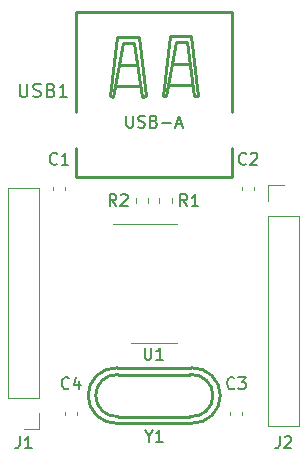
<source format=gbr>
%TF.GenerationSoftware,KiCad,Pcbnew,7.0.7*%
%TF.CreationDate,2024-04-10T23:56:21-07:00*%
%TF.ProjectId,USBTTL,55534254-544c-42e6-9b69-6361645f7063,rev?*%
%TF.SameCoordinates,Original*%
%TF.FileFunction,Legend,Top*%
%TF.FilePolarity,Positive*%
%FSLAX46Y46*%
G04 Gerber Fmt 4.6, Leading zero omitted, Abs format (unit mm)*
G04 Created by KiCad (PCBNEW 7.0.7) date 2024-04-10 23:56:21*
%MOMM*%
%LPD*%
G01*
G04 APERTURE LIST*
%ADD10C,0.150000*%
%ADD11C,0.152000*%
%ADD12C,0.254000*%
%ADD13C,0.120000*%
G04 APERTURE END LIST*
D10*
X69573809Y-62928628D02*
X69573809Y-63404819D01*
X69240476Y-62404819D02*
X69573809Y-62928628D01*
X69573809Y-62928628D02*
X69907142Y-62404819D01*
X70764285Y-63404819D02*
X70192857Y-63404819D01*
X70478571Y-63404819D02*
X70478571Y-62404819D01*
X70478571Y-62404819D02*
X70383333Y-62547676D01*
X70383333Y-62547676D02*
X70288095Y-62642914D01*
X70288095Y-62642914D02*
X70192857Y-62690533D01*
X69238095Y-55454819D02*
X69238095Y-56264342D01*
X69238095Y-56264342D02*
X69285714Y-56359580D01*
X69285714Y-56359580D02*
X69333333Y-56407200D01*
X69333333Y-56407200D02*
X69428571Y-56454819D01*
X69428571Y-56454819D02*
X69619047Y-56454819D01*
X69619047Y-56454819D02*
X69714285Y-56407200D01*
X69714285Y-56407200D02*
X69761904Y-56359580D01*
X69761904Y-56359580D02*
X69809523Y-56264342D01*
X69809523Y-56264342D02*
X69809523Y-55454819D01*
X70809523Y-56454819D02*
X70238095Y-56454819D01*
X70523809Y-56454819D02*
X70523809Y-55454819D01*
X70523809Y-55454819D02*
X70428571Y-55597676D01*
X70428571Y-55597676D02*
X70333333Y-55692914D01*
X70333333Y-55692914D02*
X70238095Y-55740533D01*
X76833333Y-58859580D02*
X76785714Y-58907200D01*
X76785714Y-58907200D02*
X76642857Y-58954819D01*
X76642857Y-58954819D02*
X76547619Y-58954819D01*
X76547619Y-58954819D02*
X76404762Y-58907200D01*
X76404762Y-58907200D02*
X76309524Y-58811961D01*
X76309524Y-58811961D02*
X76261905Y-58716723D01*
X76261905Y-58716723D02*
X76214286Y-58526247D01*
X76214286Y-58526247D02*
X76214286Y-58383390D01*
X76214286Y-58383390D02*
X76261905Y-58192914D01*
X76261905Y-58192914D02*
X76309524Y-58097676D01*
X76309524Y-58097676D02*
X76404762Y-58002438D01*
X76404762Y-58002438D02*
X76547619Y-57954819D01*
X76547619Y-57954819D02*
X76642857Y-57954819D01*
X76642857Y-57954819D02*
X76785714Y-58002438D01*
X76785714Y-58002438D02*
X76833333Y-58050057D01*
X77166667Y-57954819D02*
X77785714Y-57954819D01*
X77785714Y-57954819D02*
X77452381Y-58335771D01*
X77452381Y-58335771D02*
X77595238Y-58335771D01*
X77595238Y-58335771D02*
X77690476Y-58383390D01*
X77690476Y-58383390D02*
X77738095Y-58431009D01*
X77738095Y-58431009D02*
X77785714Y-58526247D01*
X77785714Y-58526247D02*
X77785714Y-58764342D01*
X77785714Y-58764342D02*
X77738095Y-58859580D01*
X77738095Y-58859580D02*
X77690476Y-58907200D01*
X77690476Y-58907200D02*
X77595238Y-58954819D01*
X77595238Y-58954819D02*
X77309524Y-58954819D01*
X77309524Y-58954819D02*
X77214286Y-58907200D01*
X77214286Y-58907200D02*
X77166667Y-58859580D01*
X66833333Y-43454819D02*
X66500000Y-42978628D01*
X66261905Y-43454819D02*
X66261905Y-42454819D01*
X66261905Y-42454819D02*
X66642857Y-42454819D01*
X66642857Y-42454819D02*
X66738095Y-42502438D01*
X66738095Y-42502438D02*
X66785714Y-42550057D01*
X66785714Y-42550057D02*
X66833333Y-42645295D01*
X66833333Y-42645295D02*
X66833333Y-42788152D01*
X66833333Y-42788152D02*
X66785714Y-42883390D01*
X66785714Y-42883390D02*
X66738095Y-42931009D01*
X66738095Y-42931009D02*
X66642857Y-42978628D01*
X66642857Y-42978628D02*
X66261905Y-42978628D01*
X67214286Y-42550057D02*
X67261905Y-42502438D01*
X67261905Y-42502438D02*
X67357143Y-42454819D01*
X67357143Y-42454819D02*
X67595238Y-42454819D01*
X67595238Y-42454819D02*
X67690476Y-42502438D01*
X67690476Y-42502438D02*
X67738095Y-42550057D01*
X67738095Y-42550057D02*
X67785714Y-42645295D01*
X67785714Y-42645295D02*
X67785714Y-42740533D01*
X67785714Y-42740533D02*
X67738095Y-42883390D01*
X67738095Y-42883390D02*
X67166667Y-43454819D01*
X67166667Y-43454819D02*
X67785714Y-43454819D01*
X72833333Y-43454819D02*
X72500000Y-42978628D01*
X72261905Y-43454819D02*
X72261905Y-42454819D01*
X72261905Y-42454819D02*
X72642857Y-42454819D01*
X72642857Y-42454819D02*
X72738095Y-42502438D01*
X72738095Y-42502438D02*
X72785714Y-42550057D01*
X72785714Y-42550057D02*
X72833333Y-42645295D01*
X72833333Y-42645295D02*
X72833333Y-42788152D01*
X72833333Y-42788152D02*
X72785714Y-42883390D01*
X72785714Y-42883390D02*
X72738095Y-42931009D01*
X72738095Y-42931009D02*
X72642857Y-42978628D01*
X72642857Y-42978628D02*
X72261905Y-42978628D01*
X73785714Y-43454819D02*
X73214286Y-43454819D01*
X73500000Y-43454819D02*
X73500000Y-42454819D01*
X73500000Y-42454819D02*
X73404762Y-42597676D01*
X73404762Y-42597676D02*
X73309524Y-42692914D01*
X73309524Y-42692914D02*
X73214286Y-42740533D01*
X77833333Y-39859580D02*
X77785714Y-39907200D01*
X77785714Y-39907200D02*
X77642857Y-39954819D01*
X77642857Y-39954819D02*
X77547619Y-39954819D01*
X77547619Y-39954819D02*
X77404762Y-39907200D01*
X77404762Y-39907200D02*
X77309524Y-39811961D01*
X77309524Y-39811961D02*
X77261905Y-39716723D01*
X77261905Y-39716723D02*
X77214286Y-39526247D01*
X77214286Y-39526247D02*
X77214286Y-39383390D01*
X77214286Y-39383390D02*
X77261905Y-39192914D01*
X77261905Y-39192914D02*
X77309524Y-39097676D01*
X77309524Y-39097676D02*
X77404762Y-39002438D01*
X77404762Y-39002438D02*
X77547619Y-38954819D01*
X77547619Y-38954819D02*
X77642857Y-38954819D01*
X77642857Y-38954819D02*
X77785714Y-39002438D01*
X77785714Y-39002438D02*
X77833333Y-39050057D01*
X78214286Y-39050057D02*
X78261905Y-39002438D01*
X78261905Y-39002438D02*
X78357143Y-38954819D01*
X78357143Y-38954819D02*
X78595238Y-38954819D01*
X78595238Y-38954819D02*
X78690476Y-39002438D01*
X78690476Y-39002438D02*
X78738095Y-39050057D01*
X78738095Y-39050057D02*
X78785714Y-39145295D01*
X78785714Y-39145295D02*
X78785714Y-39240533D01*
X78785714Y-39240533D02*
X78738095Y-39383390D01*
X78738095Y-39383390D02*
X78166667Y-39954819D01*
X78166667Y-39954819D02*
X78785714Y-39954819D01*
X58666666Y-62954819D02*
X58666666Y-63669104D01*
X58666666Y-63669104D02*
X58619047Y-63811961D01*
X58619047Y-63811961D02*
X58523809Y-63907200D01*
X58523809Y-63907200D02*
X58380952Y-63954819D01*
X58380952Y-63954819D02*
X58285714Y-63954819D01*
X59666666Y-63954819D02*
X59095238Y-63954819D01*
X59380952Y-63954819D02*
X59380952Y-62954819D01*
X59380952Y-62954819D02*
X59285714Y-63097676D01*
X59285714Y-63097676D02*
X59190476Y-63192914D01*
X59190476Y-63192914D02*
X59095238Y-63240533D01*
X62833333Y-58859580D02*
X62785714Y-58907200D01*
X62785714Y-58907200D02*
X62642857Y-58954819D01*
X62642857Y-58954819D02*
X62547619Y-58954819D01*
X62547619Y-58954819D02*
X62404762Y-58907200D01*
X62404762Y-58907200D02*
X62309524Y-58811961D01*
X62309524Y-58811961D02*
X62261905Y-58716723D01*
X62261905Y-58716723D02*
X62214286Y-58526247D01*
X62214286Y-58526247D02*
X62214286Y-58383390D01*
X62214286Y-58383390D02*
X62261905Y-58192914D01*
X62261905Y-58192914D02*
X62309524Y-58097676D01*
X62309524Y-58097676D02*
X62404762Y-58002438D01*
X62404762Y-58002438D02*
X62547619Y-57954819D01*
X62547619Y-57954819D02*
X62642857Y-57954819D01*
X62642857Y-57954819D02*
X62785714Y-58002438D01*
X62785714Y-58002438D02*
X62833333Y-58050057D01*
X63690476Y-58288152D02*
X63690476Y-58954819D01*
X63452381Y-57907200D02*
X63214286Y-58621485D01*
X63214286Y-58621485D02*
X63833333Y-58621485D01*
X80666666Y-62954819D02*
X80666666Y-63669104D01*
X80666666Y-63669104D02*
X80619047Y-63811961D01*
X80619047Y-63811961D02*
X80523809Y-63907200D01*
X80523809Y-63907200D02*
X80380952Y-63954819D01*
X80380952Y-63954819D02*
X80285714Y-63954819D01*
X81095238Y-63050057D02*
X81142857Y-63002438D01*
X81142857Y-63002438D02*
X81238095Y-62954819D01*
X81238095Y-62954819D02*
X81476190Y-62954819D01*
X81476190Y-62954819D02*
X81571428Y-63002438D01*
X81571428Y-63002438D02*
X81619047Y-63050057D01*
X81619047Y-63050057D02*
X81666666Y-63145295D01*
X81666666Y-63145295D02*
X81666666Y-63240533D01*
X81666666Y-63240533D02*
X81619047Y-63383390D01*
X81619047Y-63383390D02*
X81047619Y-63954819D01*
X81047619Y-63954819D02*
X81666666Y-63954819D01*
D11*
X58654571Y-33092869D02*
X58654571Y-34018155D01*
X58654571Y-34018155D02*
X58709000Y-34127012D01*
X58709000Y-34127012D02*
X58763429Y-34181441D01*
X58763429Y-34181441D02*
X58872286Y-34235869D01*
X58872286Y-34235869D02*
X59090000Y-34235869D01*
X59090000Y-34235869D02*
X59198857Y-34181441D01*
X59198857Y-34181441D02*
X59253286Y-34127012D01*
X59253286Y-34127012D02*
X59307714Y-34018155D01*
X59307714Y-34018155D02*
X59307714Y-33092869D01*
X59797572Y-34181441D02*
X59960858Y-34235869D01*
X59960858Y-34235869D02*
X60233000Y-34235869D01*
X60233000Y-34235869D02*
X60341858Y-34181441D01*
X60341858Y-34181441D02*
X60396286Y-34127012D01*
X60396286Y-34127012D02*
X60450715Y-34018155D01*
X60450715Y-34018155D02*
X60450715Y-33909298D01*
X60450715Y-33909298D02*
X60396286Y-33800441D01*
X60396286Y-33800441D02*
X60341858Y-33746012D01*
X60341858Y-33746012D02*
X60233000Y-33691583D01*
X60233000Y-33691583D02*
X60015286Y-33637155D01*
X60015286Y-33637155D02*
X59906429Y-33582726D01*
X59906429Y-33582726D02*
X59852000Y-33528298D01*
X59852000Y-33528298D02*
X59797572Y-33419441D01*
X59797572Y-33419441D02*
X59797572Y-33310583D01*
X59797572Y-33310583D02*
X59852000Y-33201726D01*
X59852000Y-33201726D02*
X59906429Y-33147298D01*
X59906429Y-33147298D02*
X60015286Y-33092869D01*
X60015286Y-33092869D02*
X60287429Y-33092869D01*
X60287429Y-33092869D02*
X60450715Y-33147298D01*
X61321571Y-33637155D02*
X61484857Y-33691583D01*
X61484857Y-33691583D02*
X61539286Y-33746012D01*
X61539286Y-33746012D02*
X61593714Y-33854869D01*
X61593714Y-33854869D02*
X61593714Y-34018155D01*
X61593714Y-34018155D02*
X61539286Y-34127012D01*
X61539286Y-34127012D02*
X61484857Y-34181441D01*
X61484857Y-34181441D02*
X61376000Y-34235869D01*
X61376000Y-34235869D02*
X60940571Y-34235869D01*
X60940571Y-34235869D02*
X60940571Y-33092869D01*
X60940571Y-33092869D02*
X61321571Y-33092869D01*
X61321571Y-33092869D02*
X61430429Y-33147298D01*
X61430429Y-33147298D02*
X61484857Y-33201726D01*
X61484857Y-33201726D02*
X61539286Y-33310583D01*
X61539286Y-33310583D02*
X61539286Y-33419441D01*
X61539286Y-33419441D02*
X61484857Y-33528298D01*
X61484857Y-33528298D02*
X61430429Y-33582726D01*
X61430429Y-33582726D02*
X61321571Y-33637155D01*
X61321571Y-33637155D02*
X60940571Y-33637155D01*
X62682286Y-34235869D02*
X62029143Y-34235869D01*
X62355714Y-34235869D02*
X62355714Y-33092869D01*
X62355714Y-33092869D02*
X62246857Y-33256155D01*
X62246857Y-33256155D02*
X62138000Y-33365012D01*
X62138000Y-33365012D02*
X62029143Y-33419441D01*
D10*
X67690476Y-35814819D02*
X67690476Y-36624342D01*
X67690476Y-36624342D02*
X67738095Y-36719580D01*
X67738095Y-36719580D02*
X67785714Y-36767200D01*
X67785714Y-36767200D02*
X67880952Y-36814819D01*
X67880952Y-36814819D02*
X68071428Y-36814819D01*
X68071428Y-36814819D02*
X68166666Y-36767200D01*
X68166666Y-36767200D02*
X68214285Y-36719580D01*
X68214285Y-36719580D02*
X68261904Y-36624342D01*
X68261904Y-36624342D02*
X68261904Y-35814819D01*
X68690476Y-36767200D02*
X68833333Y-36814819D01*
X68833333Y-36814819D02*
X69071428Y-36814819D01*
X69071428Y-36814819D02*
X69166666Y-36767200D01*
X69166666Y-36767200D02*
X69214285Y-36719580D01*
X69214285Y-36719580D02*
X69261904Y-36624342D01*
X69261904Y-36624342D02*
X69261904Y-36529104D01*
X69261904Y-36529104D02*
X69214285Y-36433866D01*
X69214285Y-36433866D02*
X69166666Y-36386247D01*
X69166666Y-36386247D02*
X69071428Y-36338628D01*
X69071428Y-36338628D02*
X68880952Y-36291009D01*
X68880952Y-36291009D02*
X68785714Y-36243390D01*
X68785714Y-36243390D02*
X68738095Y-36195771D01*
X68738095Y-36195771D02*
X68690476Y-36100533D01*
X68690476Y-36100533D02*
X68690476Y-36005295D01*
X68690476Y-36005295D02*
X68738095Y-35910057D01*
X68738095Y-35910057D02*
X68785714Y-35862438D01*
X68785714Y-35862438D02*
X68880952Y-35814819D01*
X68880952Y-35814819D02*
X69119047Y-35814819D01*
X69119047Y-35814819D02*
X69261904Y-35862438D01*
X70023809Y-36291009D02*
X70166666Y-36338628D01*
X70166666Y-36338628D02*
X70214285Y-36386247D01*
X70214285Y-36386247D02*
X70261904Y-36481485D01*
X70261904Y-36481485D02*
X70261904Y-36624342D01*
X70261904Y-36624342D02*
X70214285Y-36719580D01*
X70214285Y-36719580D02*
X70166666Y-36767200D01*
X70166666Y-36767200D02*
X70071428Y-36814819D01*
X70071428Y-36814819D02*
X69690476Y-36814819D01*
X69690476Y-36814819D02*
X69690476Y-35814819D01*
X69690476Y-35814819D02*
X70023809Y-35814819D01*
X70023809Y-35814819D02*
X70119047Y-35862438D01*
X70119047Y-35862438D02*
X70166666Y-35910057D01*
X70166666Y-35910057D02*
X70214285Y-36005295D01*
X70214285Y-36005295D02*
X70214285Y-36100533D01*
X70214285Y-36100533D02*
X70166666Y-36195771D01*
X70166666Y-36195771D02*
X70119047Y-36243390D01*
X70119047Y-36243390D02*
X70023809Y-36291009D01*
X70023809Y-36291009D02*
X69690476Y-36291009D01*
X70690476Y-36433866D02*
X71452381Y-36433866D01*
X71880952Y-36529104D02*
X72357142Y-36529104D01*
X71785714Y-36814819D02*
X72119047Y-35814819D01*
X72119047Y-35814819D02*
X72452380Y-36814819D01*
X61833333Y-39859580D02*
X61785714Y-39907200D01*
X61785714Y-39907200D02*
X61642857Y-39954819D01*
X61642857Y-39954819D02*
X61547619Y-39954819D01*
X61547619Y-39954819D02*
X61404762Y-39907200D01*
X61404762Y-39907200D02*
X61309524Y-39811961D01*
X61309524Y-39811961D02*
X61261905Y-39716723D01*
X61261905Y-39716723D02*
X61214286Y-39526247D01*
X61214286Y-39526247D02*
X61214286Y-39383390D01*
X61214286Y-39383390D02*
X61261905Y-39192914D01*
X61261905Y-39192914D02*
X61309524Y-39097676D01*
X61309524Y-39097676D02*
X61404762Y-39002438D01*
X61404762Y-39002438D02*
X61547619Y-38954819D01*
X61547619Y-38954819D02*
X61642857Y-38954819D01*
X61642857Y-38954819D02*
X61785714Y-39002438D01*
X61785714Y-39002438D02*
X61833333Y-39050057D01*
X62785714Y-39954819D02*
X62214286Y-39954819D01*
X62500000Y-39954819D02*
X62500000Y-38954819D01*
X62500000Y-38954819D02*
X62404762Y-39097676D01*
X62404762Y-39097676D02*
X62309524Y-39192914D01*
X62309524Y-39192914D02*
X62214286Y-39240533D01*
D12*
%TO.C,Y1*%
X73098000Y-61278000D02*
X67002000Y-61278000D01*
X73098000Y-57722000D02*
X67002000Y-57722000D01*
X66900000Y-61850000D02*
X73199000Y-61850000D01*
X66900000Y-57150000D02*
X73199000Y-57150000D01*
X73198751Y-61850990D02*
G75*
G03*
X73199000Y-57149000I92249J2350990D01*
G01*
X73098321Y-61279025D02*
G75*
G03*
X73098000Y-57721000I139679J1779025D01*
G01*
X67000437Y-57721889D02*
G75*
G03*
X67002000Y-61278000I-126437J-1778111D01*
G01*
X66900700Y-57151030D02*
G75*
G03*
X66900000Y-61850999I-98700J-2349970D01*
G01*
D13*
%TO.C,U1*%
X70000000Y-44940000D02*
X66550000Y-44940000D01*
X70000000Y-44940000D02*
X71950000Y-44940000D01*
X70000000Y-55060000D02*
X68050000Y-55060000D01*
X70000000Y-55060000D02*
X71950000Y-55060000D01*
%TO.C,C3*%
X77510000Y-60859420D02*
X77510000Y-61140580D01*
X76490000Y-60859420D02*
X76490000Y-61140580D01*
%TO.C,R2*%
X69522500Y-42762742D02*
X69522500Y-43237258D01*
X68477500Y-42762742D02*
X68477500Y-43237258D01*
%TO.C,R1*%
X71522500Y-42762742D02*
X71522500Y-43237258D01*
X70477500Y-42762742D02*
X70477500Y-43237258D01*
%TO.C,C2*%
X77490000Y-42140580D02*
X77490000Y-41859420D01*
X78510000Y-42140580D02*
X78510000Y-41859420D01*
%TO.C,J1*%
X60330000Y-62330000D02*
X59000000Y-62330000D01*
X60330000Y-61000000D02*
X60330000Y-62330000D01*
X60330000Y-59730000D02*
X60330000Y-41890000D01*
X60330000Y-59730000D02*
X57670000Y-59730000D01*
X60330000Y-41890000D02*
X57670000Y-41890000D01*
X57670000Y-59730000D02*
X57670000Y-41890000D01*
%TO.C,C4*%
X62490000Y-61140580D02*
X62490000Y-60859420D01*
X63510000Y-61140580D02*
X63510000Y-60859420D01*
%TO.C,J2*%
X79670000Y-41670000D02*
X81000000Y-41670000D01*
X79670000Y-43000000D02*
X79670000Y-41670000D01*
X79670000Y-44270000D02*
X79670000Y-62110000D01*
X79670000Y-44270000D02*
X82330000Y-44270000D01*
X79670000Y-62110000D02*
X82330000Y-62110000D01*
X82330000Y-44270000D02*
X82330000Y-62110000D01*
D12*
%TO.C,USB1*%
X76604000Y-40985000D02*
X76604000Y-38535000D01*
X76604000Y-40985000D02*
X63396000Y-40985000D01*
X76604000Y-27015000D02*
X76604000Y-35460000D01*
X73782000Y-34119000D02*
X73200000Y-29072000D01*
X73449000Y-34145000D02*
X73782000Y-34119000D01*
X73353000Y-33213000D02*
X71270000Y-33213000D01*
X73200000Y-29072000D02*
X71346000Y-29072000D01*
X73023000Y-31460000D02*
X71575000Y-31460000D01*
X72794000Y-29580000D02*
X73449000Y-34145000D01*
X71854000Y-29580000D02*
X72794000Y-29580000D01*
X71346000Y-29072000D02*
X70762000Y-34127000D01*
X71067000Y-34178000D02*
X71854000Y-29580000D01*
X70762000Y-34127000D02*
X71067000Y-34178000D01*
X69312000Y-34170000D02*
X68979000Y-34196000D01*
X68979000Y-34196000D02*
X68324000Y-29631000D01*
X68882000Y-33263000D02*
X66800000Y-33263000D01*
X68730000Y-29123000D02*
X69312000Y-34170000D01*
X68552000Y-31511000D02*
X67104000Y-31511000D01*
X68324000Y-29631000D02*
X67384000Y-29631000D01*
X67384000Y-29631000D02*
X66596000Y-34229000D01*
X66876000Y-29123000D02*
X68730000Y-29123000D01*
X66596000Y-34229000D02*
X66292000Y-34178000D01*
X66292000Y-34178000D02*
X66876000Y-29123000D01*
X63396000Y-40985000D02*
X63396000Y-38560000D01*
X63396000Y-27015000D02*
X76604000Y-27015000D01*
X63396000Y-27015000D02*
X63396000Y-35460000D01*
D13*
%TO.C,C1*%
X62510000Y-41859420D02*
X62510000Y-42140580D01*
X61490000Y-41859420D02*
X61490000Y-42140580D01*
%TD*%
M02*

</source>
